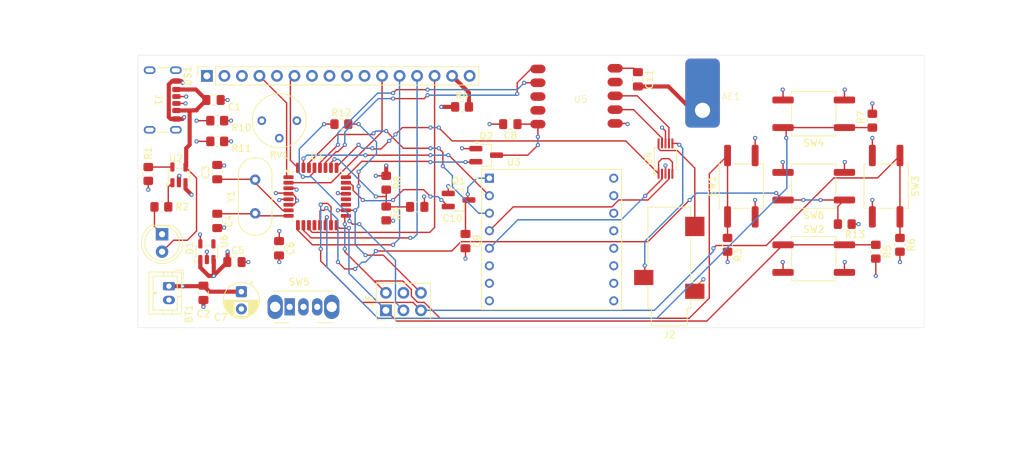
<source format=kicad_pcb>
(kicad_pcb (version 20241229) (generator "pcbnew") (generator_version "9.0")
  (layers (0 "F.Cu" signal "SIG1.Cu") (4 "In1.Cu" power "GND.Cu") (6 "In2.Cu" power "PWR.Cu") (2 "B.Cu" signal "SIG2.Cu") (13 "F.Paste" user) (15 "B.Paste" user) (5 "F.SilkS" user "F.Silkscreen") (7 "B.SilkS" user "B.Silkscreen") (1 "F.Mask" user) (3 "B.Mask" user) (25 "Edge.Cuts" user))
  (net 0 "")
  (net 1 "GND")
  (net 2 "Net-(BT1-+)")
  (net 3 "Net-(D1-A)")
  (net 4 "Net-(U1-XTAL1{slash}PB6)")
  (net 5 "Net-(U1-XTAL2{slash}PB7)")
  (net 6 "Net-(DS1-VDD)")
  (net 7 "RST_VCC")
  (net 8 "Net-(Q2-S)")
  (net 9 "Net-(Q1-S)")
  (net 10 "Net-(U1-PC3)")
  (net 11 "Net-(U5-ANT)")
  (net 12 "Net-(D1-K)")
  (net 14 "Net-(DS1-LED(+))")
  (net 16 "/D5")
  (net 18 "/RS")
  (net 19 "/D4")
  (net 20 "/D7")
  (net 21 "/E")
  (net 22 "/D6")
  (net 23 "Net-(DS1-VO)")
  (net 25 "Net-(J1-CC2)")
  (net 28 "Net-(J1-CC1)")
  (net 31 "Net-(J2-PadT)")
  (net 32 "Net-(J2-PadR)")
  (net 33 "RST_ISP")
  (net 34 "MOSI_ISP")
  (net 35 "MISO_ISP")
  (net 36 "SCK_ISP")
  (net 37 "Net-(Q1-G)")
  (net 38 "Net-(Q2-G)")
  (net 39 "Net-(U2-PROG)")
  (net 40 "Net-(U2-STAT)")
  (net 41 "/btn_u")
  (net 43 "Net-(U1-PC2)")
  (net 44 "/A_RX")
  (net 46 "/btn_ok")
  (net 47 "/R_SCL")
  (net 49 "/R_SDA")
  (net 51 "/A_TX")
  (net 54 "Net-(U3-DAC_L)")
  (net 61 "Net-(U3-DAC_R)")
  (net 63 "Net-(U5-ROUT)")
  (net 64 "Net-(U5-LOUT)")
  (net 69 "Net-(AE1-A)")
  (footprint "Resistor_SMD:R_0805_2012Metric_Pad1.20x1.40mm_HandSolder" (layer "F.Cu") (at 185.5 65 -90)
    (property "Reference" "R5")
    (property "Value" "10k")
  )
  (footprint "Button_Switch_SMD:SW_Push_1P1T_NO_CK_KSC9xxG" (layer "F.Cu") (at 176.5 66 180)
    (property "Reference" "SW2")
    (property "Value" "SW_D")
  )
  (footprint "Package_TO_SOT_SMD:SOT-23-5" (layer "F.Cu") (at 88.5 65 90)
    (property "Reference" "U6")
    (property "Value" "MCP1802x-xx02xOT")
  )
  (footprint "Connector_PinSocket_2.54mm:PinSocket_1x16_P2.54mm_Vertical" (layer "F.Cu") (at 88.5 39.5 90)
    (property "Reference" "DS1")
    (property "Value" "WC1602A")
  )
  (footprint "Capacitor_SMD:C_0805_2012Metric_Pad1.18x1.45mm_HandSolder" (layer "F.Cu") (at 132.5 46.5 180)
    (property "Reference" "C8")
    (property "Value" "100n")
  )
  (footprint "Capacitor_SMD:C_0805_2012Metric_Pad1.18x1.45mm_HandSolder" (layer "F.Cu") (at 98.9625 64.5 -90)
    (property "Reference" "C6")
    (property "Value" "1u")
  )
  (footprint "Resistor_SMD:R_0805_2012Metric_Pad1.20x1.40mm_HandSolder" (layer "F.Cu") (at 125.5 44)
    (property "Reference" "R4")
    (property "Value" "470")
  )
  (footprint "Package_TO_SOT_SMD:SOT-23_Handsoldering" (layer "F.Cu") (at 129 51)
    (property "Reference" "Q2")
    (property "Value" "PMOS")
  )
  (footprint "Capacitor_SMD:C_0805_2012Metric_Pad1.18x1.45mm_HandSolder" (layer "F.Cu") (at 119 58.5)
    (property "Reference" "C10")
    (property "Value" "100n")
  )
  (footprint "Package_QFP:TQFP-32_7x7mm_P0.8mm" (layer "F.Cu") (at 104.5 56.996607)
    (property "Reference" "U1")
    (property "Value" "ATmega328P-A")
  )
  (footprint "LED_THT:LED_D5.0mm" (layer "F.Cu") (at 82 62.46 -90)
    (property "Reference" "D1")
    (property "Value" "LED")
  )
  (footprint "Potentiometer_THT:Potentiometer_Bourns_3339P_Vertical" (layer "F.Cu") (at 101.54 46 90)
    (property "Reference" "RV1")
    (property "Value" "100k")
  )
  (footprint "Connector_USB:USB_C_Receptacle_GCT_USB4125-xx-x-0190_6P_TopMnt_Horizontal" (layer "F.Cu") (at 81 43 -90)
    (property "Reference" "J1")
    (property "Value" "USB_C_Receptacle_PowerOnly_6P")
  )
  (footprint "Button_Switch_SMD:SW_Push_1P1T_NO_CK_KSC9xxG" (layer "F.Cu") (at 166 55.5 -90)
    (property "Reference" "SW1")
    (property "Value" "SW_L")
  )
  (footprint "Resistor_SMD:R_0805_2012Metric_Pad1.20x1.40mm_HandSolder" (layer "F.Cu") (at 80 53.725 90)
    (property "Reference" "R1")
    (property "Value" "2k")
  )
  (footprint "Capacitor_SMD:C_0805_2012Metric_Pad1.18x1.45mm_HandSolder" (layer "F.Cu") (at 88 70.9625 -90)
    (property "Reference" "C2")
    (property "Value" "4u7")
  )
  (footprint "Connector_Audio:Jack_3.5mm_CUI_SJ-3523-SMT_Horizontal" (layer "F.Cu") (at 155.55 67.1375 180)
    (property "Reference" "J2")
    (property "Value" "AudioJack3")
  )
  (footprint "Connector_PinHeader_2.54mm:PinHeader_2x03_P2.54mm_Vertical" (layer "F.Cu") (at 114.46 73.5 90)
    (property "Reference" "J3")
    (property "Value" "ISP")
  )
  (footprint "Custom_footprints:MODULE_DFR0299" (layer "F.Cu") (at 138.483 63.23)
    (property "Reference" "U3")
    (property "Value" "DFR0299")
  )
  (footprint "Package_TO_SOT_SMD:SOT-23_Handsoldering" (layer "F.Cu") (at 125 57.5)
    (property "Reference" "Q1")
    (property "Value" "PMOS")
  )
  (footprint "Resistor_SMD:R_0805_2012Metric_Pad1.20x1.40mm_HandSolder" (layer "F.Cu") (at 164 64 -90)
    (property "Reference" "R3")
    (property "Value" "10k")
  )
  (footprint "Capacitor_SMD:C_0805_2012Metric_Pad1.18x1.45mm_HandSolder" (layer "F.Cu") (at 90 53.459107 90)
    (property "Reference" "C3")
    (property "Value" "20p")
  )
  (footprint "Capacitor_SMD:C_0805_2012Metric_Pad1.18x1.45mm_HandSolder" (layer "F.Cu") (at 92.5 66.5)
    (property "Reference" "C5")
    (property "Value" "100n")
  )
  (footprint "Button_Switch_SMD:SW_Push_1P1T_NO_CK_KSC9xxG" (layer "F.Cu") (at 187 55.5 90)
    (property "Reference" "SW3")
    (property "Value" "SW_R")
  )
  (footprint "Button_Switch_SMD:SW_Push_1P1T_NO_CK_KSC9xxG" (layer "F.Cu") (at 176.5 55.5)
    (property "Reference" "SW6")
    (property "Value" "SW_OK")
  )
  (footprint "Package_TO_SOT_SMD:SOT-23-5" (layer "F.Cu") (at 84.45 53.8625 90)
    (property "Reference" "U2")
    (property "Value" "MCP73831-2-OT")
  )
  (footprint "Connector_JST:JST_PH_B2B-PH-K_1x02_P2.00mm_Vertical" (layer "F.Cu") (at 83 70 -90)
    (property "Reference" "BT1")
    (property "Value" "Battery_Cell")
  )
  (footprint "Resistor_SMD:R_0805_2012Metric_Pad1.20x1.40mm_HandSolder" (layer "F.Cu") (at 189 64 -90)
    (property "Reference" "R6")
    (property "Value" "10k")
  )
  (footprint "Resistor_SMD:R_0805_2012Metric_Pad1.20x1.40mm_HandSolder" (layer "F.Cu") (at 81.9 58.5 180)
    (property "Reference" "R2")
    (property "Value" "470")
  )
  (footprint "Resistor_SMD:R_0805_2012Metric_Pad1.20x1.40mm_HandSolder" (layer "F.Cu") (at 108 46.5)
    (property "Reference" "R12")
    (property "Value" "10k")
  )
  (footprint "Capacitor_THT:CP_Radial_D5.0mm_P2.50mm" (layer "F.Cu") (at 93.5 70.794888 -90)
    (property "Reference" "C7")
    (property "Value" "47u")
  )
  (footprint "Capacitor_SMD:C_0805_2012Metric_Pad1.18x1.45mm_HandSolder" (layer "F.Cu") (at 89.4625 43)
    (property "Reference" "C1")
    (property "Value" "4u7")
  )
  (footprint "Resistor_SMD:R_0805_2012Metric_Pad1.20x1.40mm_HandSolder" (layer "F.Cu") (at 90 46)
    (property "Reference" "R10")
    (property "Value" "5k1")
  )
  (footprint "Resistor_SMD:R_0805_2012Metric_Pad1.20x1.40mm_HandSolder" (layer "F.Cu") (at 90 49)
    (property "Reference" "R11")
    (property "Value" "5k1")
  )
  (footprint "Resistor_SMD:R_0805_2012Metric_Pad1.20x1.40mm_HandSolder" (layer "F.Cu") (at 114.5 59.45 -90)
    (property "Reference" "R9")
    (property "Value" "100k")
  )
  (footprint "Resistor_SMD:R_0805_2012Metric_Pad1.20x1.40mm_HandSolder" (layer "F.Cu") (at 114.5 55 -90)
    (property "Reference" "R8")
    (property "Value" "100k")
  )
  (footprint "Crystal:Crystal_HC49-4H_Vertical" (layer "F.Cu") (at 95.5 59.436607 90)
    (property "Reference" "Y1")
    (property "Value" "8MHz")
  )
  (footprint "Button_Switch_THT:SW_Slide_SPDT_Angled_CK_OS102011MA1Q" (layer "F.Cu") (at 100.5 73)
    (property "Reference" "SW5")
    (property "Value" "SW_SPDT")
  )
  (footprint "Package_SO:VSSOP-10_3x3mm_P0.5mm" (layer "F.Cu") (at 155 51.5 90)
    (property "Reference" "U4")
    (property "Value" "TS5A23159DGS")
  )
  (footprint "Resistor_SMD:R_0805_2012Metric_Pad1.20x1.40mm_HandSolder" (layer "F.Cu") (at 185 46 90)
    (property "Reference" "R7")
    (property "Value" "10k")
  )
  (footprint "Capacitor_SMD:C_0805_2012Metric_Pad1.18x1.45mm_HandSolder" (layer "F.Cu") (at 126 63.4625 -90)
    (property "Reference" "C9")
    (property "Value" "100n")
  )
  (footprint "Button_Switch_SMD:SW_Push_1P1T_NO_CK_KSC9xxG" (layer "F.Cu") (at 176.5 45)
    (property "Reference" "SW4")
    (property "Value" "SW_U")
  )
  (footprint "Custom_footprints:RDA5807M Module" (layer "F.Cu") (at 142.2 42.4)
    (property "Reference" "U5")
    (property "Value" "RDA5807M")
  )
  (footprint "Capacitor_SMD:C_0805_2012Metric_Pad1.18x1.45mm_HandSolder" (layer "F.Cu") (at 90 60.534107 -90)
    (property "Reference" "C4")
    (property "Value" "20p")
  )
  (footprint "Resistor_SMD:R_0805_2012Metric_Pad1.20x1.40mm_HandSolder" (layer "F.Cu") (at 181 61)
    (property "Reference" "R13")
    (property "Value" "10k")
  )
  (footprint "Capacitor_SMD:C_0805_2012Metric_Pad1.18x1.45mm_HandSolder" (layer "F.Cu") (at 151 40 -90)
    (property "Reference" "C11")
    (property "Value" "30p")
  )
  (footprint "Custom_footprints:FM_Antenna_Mount" (layer "F.Cu") (at 162.875 42 180)
    (property "Reference" "AE1")
    (property "Value" "Antenna")
  )
  (gr_rect (start 78.5 36.5) (end 192.5 76) (stroke (width 0.05)) (fill no) (layer "Edge.Cuts"))
  (segment (start 98.9625 65.5375) (end 98.9625 66.4625) (width 0.2) (layer "F.Cu") (net 1))
  (segment (start 84.45 54.05) (end 84.5 54) (width 0.2) (layer "F.Cu") (net 1))
  (segment (start 101.296607 55.796607) (end 101.5 56) (width 0.2) (layer "F.Cu") (net 1))
  (segment (start 84.95 45.75) (end 85.2 45.5) (width 0.6) (layer "F.Cu") (net 1))
  (segment (start 80 54.725) (end 80 56) (width 0.2) (layer "F.Cu") (net 1))
  (segment (start 84.75 40.25) (end 85 40.5) (width 0.6) (layer "F.Cu") (net 1))
  (segment (start 90.928393 61.571607) (end 91 61.5) (width 0.2) (layer "F.Cu") (net 1))
  (segment (start 131.4625 46.5) (end 129.5 46.5) (width 0.2) (layer "F.Cu") (net 1))
  (segment (start 100.3375 57.396607) (end 99.103393 57.396607) (width 0.2) (layer "F.Cu") (net 1))
  (segment (start 84.08 45.75) (end 84.95 45.75) (width 0.6) (layer "F.Cu") (net 1))
  (segment (start 90.921607 52.421607) (end 91 52.5) (width 0.2) (layer "F.Cu") (net 1))
  (segment (start 98.9625 66.4625) (end 99 66.5) (width 0.2) (layer "F.Cu") (net 1))
  (segment (start 182 61) (end 183 61) (width 0.2) (layer "F.Cu") (net 1))
  (segment (start 120.0375 57.0375) (end 120 57) (width 0.2) (layer "F.Cu") (net 1))
  (segment (start 159.25 70.7375) (end 159.25 70.25) (width 0.2) (layer "F.Cu") (net 1))
  (segment (start 84.08 40.25) (end 83.48 40.25) (width 0.6) (layer "F.Cu") (net 1))
  (segment (start 88.5 66.1375) (end 88.5 65) (width 0.2) (layer "F.Cu") (net 1))
  (segment (start 155 53.7) (end 155 52.5) (width 0.2) (layer "F.Cu") (net 1))
  (segment (start 88 72) (end 88 73) (width 0.6) (layer "F.Cu") (net 1))
  (segment (start 83.25 45.75) (end 84.08 45.75) (width 0.6) (layer "F.Cu") (net 1))
  (segment (start 84.08 40.25) (end 84.75 40.25) (width 0.6) (layer "F.Cu") (net 1))
  (segment (start 90.5 43) (end 91.5 43) (width 0.2) (layer "F.Cu") (net 1))
  (segment (start 99.103393 57.396607) (end 99 57.5) (width 0.2) (layer "F.Cu") (net 1))
  (segment (start 114.5 60.45) (end 115.45 60.45) (width 0.2) (layer "F.Cu") (net 1))
  (segment (start 159.25 70.25) (end 160.5 69) (width 0.2) (layer "F.Cu") (net 1))
  (segment (start 189 65) (end 189 66.5) (width 0.2) (layer "F.Cu") (net 1))
  (segment (start 84.45 55) (end 84.45 54.05) (width 0.6) (layer "F.Cu") (net 1))
  (segment (start 91 49) (end 92 49) (width 0.2) (layer "F.Cu") (net 1))
  (segment (start 115.45 60.45) (end 115.5 60.5) (width 0.2) (layer "F.Cu") (net 1))
  (segment (start 84.18 45.75) (end 84.08 45.75) (width 0.6) (layer "F.Cu") (net 1))
  (segment (start 83.48 40.25) (end 82.979 40.751) (width 0.6) (layer "F.Cu") (net 1))
  (segment (start 93.5375 66.5) (end 94.5 66.5) (width 0.2) (layer "F.Cu") (net 1))
  (segment (start 185.5 66) (end 185.5 68.5) (width 0.2) (layer "F.Cu") (net 1))
  (segment (start 82.979 45.479) (end 83.25 45.75) (width 0.6) (layer "F.Cu") (net 1))
  (segment (start 149.4 46.4) (end 149.5 46.5) (width 0.2) (layer "F.Cu") (net 1))
  (segment (start 147.7 46.4) (end 149.4 46.4) (width 0.2) (layer "F.Cu") (net 1))
  (segment (start 126 64.5) (end 126 66) (width 0.2) (layer "F.Cu") (net 1))
  (segment (start 90 61.571607) (end 90.928393 61.571607) (width 0.2) (layer "F.Cu") (net 1))
  (segment (start 108.6625 56.596607) (end 107.596607 56.596607) (width 0.2) (layer "F.Cu") (net 1))
  (segment (start 164 65) (end 164 66.5) (width 0.2) (layer "F.Cu") (net 1))
  (segment (start 100.3375 55.796607) (end 101.296607 55.796607) (width 0.2) (layer "F.Cu") (net 1))
  (segment (start 90 52.421607) (end 90.921607 52.421607) (width 0.2) (layer "F.Cu") (net 1))
  (segment (start 82.979 40.751) (end 82.979 45.479) (width 0.6) (layer "F.Cu") (net 1))
  (segment (start 185 45) (end 185 43.5) (width 0.2) (layer "F.Cu") (net 1))
  (segment (start 107.596607 56.596607) (end 107.5 56.5) (width 0.2) (layer "F.Cu") (net 1))
  (segment (start 120.0375 58.5) (end 120.0375 57.0375) (width 0.2) (layer "F.Cu") (net 1))
  (segment (start 91 46) (end 92 46) (width 0.2) (layer "F.Cu") (net 1))
  (via (at 85 40.5) (size 0.6) (drill 0.3) (layers "F.Cu" "B.Cu") (net 1))
  (via (at 88.5 65) (size 0.6) (drill 0.3) (layers "F.Cu" "B.Cu") (net 1))
  (via (at 107.5 56.5) (size 0.6) (drill 0.3) (layers "F.Cu" "B.Cu") (net 1))
  (via (at 185.5 68.5) (size 0.6) (drill 0.3) (layers "F.Cu" "B.Cu") (net 1))
  (via (at 149.5 46.5) (size 0.6) (drill 0.3) (layers "F.Cu" "B.Cu") (net 1))
  (via (at 99 66.5) (size 0.6) (drill 0.3) (layers "F.Cu" "B.Cu") (net 1))
  (via (at 126 66) (size 0.6) (drill 0.3) (layers "F.Cu" "B.Cu") (net 1))
  (via (at 91 61.5) (size 0.6) (drill 0.3) (layers "F.Cu" "B.Cu") (net 1))
  (via (at 91 52.5) (size 0.6) (drill 0.3) (layers "F.Cu" "B.Cu") (net 1))
  (via (at 84.5 54) (size 0.6) (drill 0.3) (layers "F.Cu" "B.Cu") (net 1))
  (via (at 91.5 43) (size 0.6) (drill 0.3) (layers "F.Cu" "B.Cu") (net 1))
  (via (at 80 56) (size 0.6) (drill 0.3) (layers "F.Cu" "B.Cu") (net 1))
  (via (at 92 49) (size 0.6) (drill 0.3) (layers "F.Cu" "B.Cu") (net 1))
  (via (at 164 66.5) (size 0.6) (drill 0.3) (layers "F.Cu" "B.Cu") (net 1))
  (via (at 101.5 56) (size 0.6) (drill 0.3) (layers "F.Cu" "B.Cu") (net 1))
  (via (at 120 57) (size 0.6) (drill 0.3) (layers "F.Cu" "B.Cu") (net 1))
  (via (at 94.5 66.5) (size 0.6) (drill 0.3) (layers "F.Cu" "B.Cu") (net 1))
  (via (at 160.5 69) (size 0.6) (drill 0.3) (layers "F.Cu" "B.Cu") (net 1))
  (via (at 183 61) (size 0.6) (drill 0.3) (layers "F.Cu" "B.Cu") (net 1))
  (via (at 189 66.5) (size 0.6) (drill 0.3) (layers "F.Cu" "B.Cu") (net 1))
  (via (at 88 73) (size 0.6) (drill 0.3) (layers "F.Cu" "B.Cu") (net 1))
  (via (at 85.2 45.5) (size 0.6) (drill 0.3) (layers "F.Cu" "B.Cu") (net 1))
  (via (at 99 57.5) (size 0.6) (drill 0.3) (layers "F.Cu" "B.Cu") (net 1))
  (via (at 92 46) (size 0.6) (drill 0.3) (layers "F.Cu" "B.Cu") (net 1))
  (via (at 155 52.5) (size 0.6) (drill 0.3) (layers "F.Cu" "B.Cu") (net 1))
  (via (at 115.5 60.5) (size 0.6) (drill 0.3) (layers "F.Cu" "B.Cu") (net 1))
  (via (at 129.5 46.5) (size 0.6) (drill 0.3) (layers "F.Cu" "B.Cu") (net 1))
  (via (at 185 43.5) (size 0.6) (drill 0.3) (layers "F.Cu" "B.Cu") (net 1))
  (segment (start 86.262471 56.737529) (end 85.4 55.875058) (width 0.6) (layer "F.Cu") (net 2))
  (segment (start 88.869888 70.794888) (end 88 69.925) (width 0.6) (layer "F.Cu") (net 2))
  (segment (start 88 70) (end 85 70) (width 0.6) (layer "F.Cu") (net 2))
  (segment (start 93.5 70.794888) (end 88.869888 70.794888) (width 0.6) (layer "F.Cu") (net 2))
  (segment (start 85 70) (end 83 70) (width 0.6) (layer "F.Cu") (net 2))
  (segment (start 85.4 55.875058) (end 85.4 55) (width 0.6) (layer "F.Cu") (net 2))
  (via (at 86.262471 56.737529) (size 0.6) (drill 0.3) (layers "F.Cu" "B.Cu") (net 2))
  (via (at 85 70) (size 0.6) (drill 0.3) (layers "F.Cu" "B.Cu") (net 2))
  (segment (start 85.5 52.625) (end 85.5 50) (width 0.6) (layer "F.Cu") (net 3))
  (segment (start 87 44.425) (end 88.425 43) (width 0.6) (layer "F.Cu") (net 3))
  (segment (start 86 49.5) (end 86 44.52) (width 0.6) (layer "F.Cu") (net 3))
  (segment (start 87 62) (end 85.665 63.335) (width 0.2) (layer "F.Cu") (net 3))
  (segment (start 85.665 63.335) (end 83.665 63.335) (width 0.2) (layer "F.Cu") (net 3))
  (segment (start 86.905 41.48) (end 88.425 43) (width 0.6) (layer "F.Cu") (net 3))
  (segment (start 85.5 50) (end 86 49.5) (width 0.6) (layer "F.Cu") (net 3))
  (segment (start 87 54.325) (end 87 62) (width 0.2) (layer "F.Cu") (net 3))
  (segment (start 86.5 44.52) (end 86.52 44.5) (width 0.6) (layer "F.Cu") (net 3))
  (segment (start 85.4 52.725) (end 87 54.325) (width 0.2) (layer "F.Cu") (net 3))
  (segment (start 83.665 63.335) (end 82 65) (width 0.2) (layer "F.Cu") (net 3))
  (segment (start 86.52 44.5) (end 87 44.5) (width 0.6) (layer "F.Cu") (net 3))
  (segment (start 86 44.52) (end 86.5 44.52) (width 0.6) (layer "F.Cu") (net 3))
  (segment (start 84.08 44.52) (end 86 44.52) (width 0.6) (layer "F.Cu") (net 3))
  (segment (start 84.08 41.48) (end 86.905 41.48) (width 0.6) (layer "F.Cu") (net 3))
  (segment (start 87 44.5) (end 87 44.425) (width 0.6) (layer "F.Cu") (net 3))
  (segment (start 85.4 52.725) (end 85.5 52.625) (width 0.6) (layer "F.Cu") (net 3))
  (segment (start 90 54.496607) (end 95.44 54.496607) (width 0.2) (layer "F.Cu") (net 4))
  (segment (start 99.493214 58.996607) (end 100.3375 58.996607) (width 0.2) (layer "F.Cu") (net 4))
  (segment (start 95.44 54.496607) (end 95.5 54.556607) (width 0.6) (layer "F.Cu") (net 4))
  (segment (start 95.5 55.003393) (end 99.493214 58.996607) (width 0.2) (layer "F.Cu") (net 4))
  (segment (start 95.5 54.556607) (end 95.5 55.003393) (width 0.6) (layer "F.Cu") (net 4))
  (segment (start 95.44 59.496607) (end 95.5 59.436607) (width 0.6) (layer "F.Cu") (net 5))
  (segment (start 90 59.496607) (end 95.44 59.496607) (width 0.2) (layer "F.Cu") (net 5))
  (segment (start 95.861 59.797607) (end 100.3375 59.797607) (width 0.2) (layer "F.Cu") (net 5))
  (segment (start 95.5 59.436607) (end 95.861 59.797607) (width 0.6) (layer "F.Cu") (net 5))
  (segment (start 172.05 66.55) (end 172 66.5) (width 0.2) (layer "F.Cu") (net 6))
  (segment (start 125.55 50.05) (end 125.5 50) (width 0.2) (layer "F.Cu") (net 6))
  (segment (start 172.05 52.05) (end 172 52) (width 0.2) (layer "F.Cu") (net 6))
  (segment (start 180.95 43) (end 180.95 41.55) (width 0.2) (layer "F.Cu") (net 6))
  (segment (start 114.5 54) (end 113 54) (width 0.2) (layer "F.Cu") (net 6))
  (segment (start 89.5 68.5) (end 89.5 66.1875) (width 0.6) (layer "F.Cu") (net 6))
  (segment (start 89.5 68.5) (end 88.75 68.5) (width 0.6) (layer "F.Cu") (net 6))
  (segment (start 155 49.3) (end 155 47.5) (width 0.2) (layer "F.Cu") (net 6))
  (segment (start 180.95 53.5) (end 180.95 52.05) (width 0.2) (layer "F.Cu") (net 6))
  (segment (start 91.5 66.4625) (end 91.4625 66.5) (width 0.6) (layer "F.Cu") (net 6))
  (segment (start 172.05 68) (end 172.05 66.55) (width 0.2) (layer "F.Cu") (net 6))
  (segment (start 91.5 65) (end 91.5 66.4625) (width 0.6) (layer "F.Cu") (net 6))
  (segment (start 155 47.5) (end 154.5 47) (width 0.2) (layer "F.Cu") (net 6))
  (segment (start 180.95 68) (end 180.95 66.55) (width 0.2) (layer "F.Cu") (net 6))
  (segment (start 180.95 66.55) (end 181 66.5) (width 0.2) (layer "F.Cu") (net 6))
  (segment (start 87.55 67.3) (end 87.55 66.1375) (width 0.6) (layer "F.Cu") (net 6))
  (segment (start 88.75 68.5) (end 87.55 67.3) (width 0.6) (layer "F.Cu") (net 6))
  (segment (start 123.5 56.55) (end 123.5 55.5) (width 0.2) (layer "F.Cu") (net 6))
  (segment (start 89.5 68.4625) (end 91.4625 66.5) (width 0.6) (layer "F.Cu") (net 6))
  (segment (start 172.05 43) (end 172.05 41.55) (width 0.2) (layer "F.Cu") (net 6))
  (segment (start 185 51.05) (end 185 48.5) (width 0.2) (layer "F.Cu") (net 6))
  (segment (start 168 59.95) (end 168 57.5) (width 0.2) (layer "F.Cu") (net 6))
  (segment (start 89.5 66.1875) (end 89.45 66.1375) (width 0.6) (layer "F.Cu") (net 6))
  (segment (start 180.95 41.55) (end 181 41.5) (width 0.2) (layer "F.Cu") (net 6))
  (segment (start 168 51.05) (end 168 48.5) (width 0.2) (layer "F.Cu") (net 6))
  (segment (start 185 59.95) (end 185 57.5) (width 0.2) (layer "F.Cu") (net 6))
  (segment (start 172.05 53.5) (end 172.05 52.05) (width 0.2) (layer "F.Cu") (net 6))
  (segment (start 180.95 52.05) (end 181 52) (width 0.2) (layer "F.Cu") (net 6))
  (segment (start 172.05 41.55) (end 172 41.5) (width 0.2) (layer "F.Cu") (net 6))
  (segment (start 124.5 44) (end 122.5 44) (width 0.6) (layer "F.Cu") (net 6))
  (segment (start 89.5 68.5) (end 89.5 68.4625) (width 0.6) (layer "F.Cu") (net 6))
  (segment (start 127.5 50.05) (end 125.55 50.05) (width 0.2) (layer "F.Cu") (net 6))
  (segment (start 114.5 52.5) (end 114.5 54) (width 0.6) (layer "F.Cu") (net 6))
  (via (at 181 41.5) (size 0.6) (drill 0.3) (layers "F.Cu" "B.Cu") (net 6))
  (via (at 181 66.5) (size 0.6) (drill 0.3) (layers "F.Cu" "B.Cu") (net 6))
  (via (at 185 48.5) (size 0.6) (drill 0.3) (layers "F.Cu" "B.Cu") (net 6))
  (via (at 181 52) (size 0.6) (drill 0.3) (layers "F.Cu" "B.Cu") (net 6))
  (via (at 123.5 55.5) (size 0.6) (drill 0.3) (layers "F.Cu" "B.Cu") (net 6))
  (via (at 168 48.5) (size 0.6) (drill 0.3) (layers "F.Cu" "B.Cu") (net 6))
  (via (at 91.5 65) (size 0.6) (drill 0.3) (layers "F.Cu" "B.Cu") (net 6))
  (via (at 172 52) (size 0.6) (drill 0.3) (layers "F.Cu" "B.Cu") (net 6))
  (via (at 89.5 68.5) (size 0.6) (drill 0.3) (layers "F.Cu" "B.Cu") (net 6))
  (via (at 185 57.5) (size 0.6) (drill 0.3) (layers "F.Cu" "B.Cu") (net 6))
  (via (at 114.5 52.5) (size 0.6) (drill 0.3) (layers "F.Cu" "B.Cu") (net 6))
  (via (at 172 41.5) (size 0.6) (drill 0.3) (layers "F.Cu" "B.Cu") (net 6))
  (via (at 172 66.5) (size 0.6) (drill 0.3) (layers "F.Cu" "B.Cu") (net 6))
  (via (at 154.5 47) (size 0.6) (drill 0.3) (layers "F.Cu" "B.Cu") (net 6))
  (via (at 168 57.5) (size 0.6) (drill 0.3) (layers "F.Cu" "B.Cu") (net 6))
  (via (at 122.5 44) (size 0.6) (drill 0.3) (layers "F.Cu" "B.Cu") (net 6))
  (via (at 113 54) (size 0.6) (drill 0.3) (layers "F.Cu" "B.Cu") (net 6))
  (via (at 125.5 50) (size 0.6) (drill 0.3) (layers "F.Cu" "B.Cu") (net 6))
  (segment (start 101.376 57.5) (end 101.376 57.895606) (width 0.2) (layer "F.Cu") (net 7))
  (segment (start 110.5 55.5) (end 110.5 53.500001) (width 0.2) (layer "F.Cu") (net 7))
  (segment (start 108.659107 59) (end 108.6625 58.996607) (width 0.2) (layer "F.Cu") (net 7))
  (segment (start 87.55 63.8625) (end 87.55 62.95) (width 0.2) (layer "F.Cu") (net 7))
  (segment (start 98.5 56.5) (end 100.240893 56.5) (width 0.2) (layer "F.Cu") (net 7))
  (segment (start 108.6625 58.996607) (end 109.996607 58.996607) (width 0.2) (layer "F.Cu") (net 7))
  (segment (start 119.54 70.96) (end 114.08 65.5) (width 0.2) (layer "F.Cu") (net 7))
  (segment (start 87.55 62.55) (end 87.5 62.5) (width 0.2) (layer "F.Cu") (net 7))
  (segment (start 110.5 46.5) (end 109 46.5) (width 0.2) (layer "F.Cu") (net 7))
  (segment (start 101.493736 57.5) (end 101.57394 57.580204) (width 0.2) (layer "F.Cu") (net 7))
  (segment (start 114.08 65.5) (end 111.5 65.5) (width 0.2) (layer "F.Cu") (net 7))
  (segment (start 100.3375 56.596607) (end 100.898944 56.596607) (width 0.2) (layer "F.Cu") (net 7))
  (segment (start 100.240893 56.5) (end 100.3375 56.596607) (width 0.2) (layer "F.Cu") (net 7))
  (segment (start 107.5 59) (end 108.659107 59) (width 0.2) (layer "F.Cu") (net 7))
  (segment (start 109.996607 58.996607) (end 110 59) (width 0.2) (layer "F.Cu") (net 7))
  (segment (start 87.55 62.95) (end 87.55 62.55) (width 0.2) (layer "F.Cu") (net 7))
  (segment (start 101.376 57.5) (end 101.493736 57.5) (width 0.2) (layer "F.Cu") (net 7))
  (segment (start 99 62) (end 99 63.425) (width 0.2) (layer "F.Cu") (net 7))
  (segment (start 99 63.425) (end 98.9625 63.4625) (width 0.2) (layer "F.Cu") (net 7))
  (segment (start 110.5 53.500001) (end 110.5 53.4) (width 0.2) (layer "F.Cu") (net 7))
  (segment (start 101.376 57.895606) (end 101.074999 58.196607) (width 0.2) (layer "F.Cu") (net 7))
  (segment (start 101.376 57.073663) (end 101.376 57.5) (width 0.2) (layer "F.Cu") (net 7))
  (segment (start 100.898944 56.596607) (end 101.376 57.073663) (width 0.2) (layer "F.Cu") (net 7))
  (segment (start 101.074999 58.196607) (end 100.3375 58.196607) (width 0.2) (layer "F.Cu") (net 7))
  (via (at 107.5 59) (size 0.6) (drill 0.3) (layers "F.Cu" "B.Cu") (net 7))
  (via (at 98.5 56.5) (size 0.6) (drill 0.3) (layers "F.Cu" "B.Cu") (net 7))
  (via (at 99 62) (size 0.6) (drill 0.3) (layers "F.Cu" "B.Cu") (net 7))
  (via (at 101.57394 57.580204) (size 0.6) (drill 0.3) (layers "F.Cu" "B.Cu") (net 7))
  (via (at 110.5 46.5) (size 0.6) (drill 0.3) (layers "F.Cu" "B.Cu") (net 7))
  (via (at 111.5 65.5) (size 0.6) (drill 0.3) (layers "F.Cu" "B.Cu") (net 7))
  (via (at 110 59) (size 0.6) (drill 0.3) (layers "F.Cu" "B.Cu") (net 7))
  (via (at 110.5 55.5) (size 0.6) (drill 0.3) (layers "F.Cu" "B.Cu") (net 7))
  (via (at 110.5 53.4) (size 0.6) (drill 0.3) (layers "F.Cu" "B.Cu") (net 7))
  (via (at 87.5 62.5) (size 0.6) (drill 0.3) (layers "F.Cu" "B.Cu") (net 7))
  (segment (start 110.5 46.5) (end 113.101 49.101) (width 0.2) (layer "B.Cu") (net 7))
  (segment (start 111.5 65.5) (end 110 64) (width 0.2) (layer "B.Cu") (net 7))
  (segment (start 113.101 50.799) (end 110.5 53.4) (width 0.2) (layer "B.Cu") (net 7))
  (segment (start 113.101 49.101) (end 113.101 50.799) (width 0.2) (layer "B.Cu") (net 7))
  (segment (start 110 64) (end 110 59) (width 0.2) (layer "B.Cu") (net 7))
  (segment (start 110 59) (end 110.5 58.5) (width 0.2) (layer "B.Cu") (net 7))
  (segment (start 110.5 58.5) (end 110.5 55.5) (width 0.2) (layer "B.Cu") (net 7))
  (segment (start 135.04 51) (end 136.5 49.54) (width 0.2) (layer "F.Cu") (net 8))
  (segment (start 136.5 48.34) (end 136.5 46.5) (width 0.2) (layer "F.Cu") (net 8))
  (segment (start 130.5 51) (end 135.04 51) (width 0.2) (layer "F.Cu") (net 8))
  (segment (start 133.5375 46.5) (end 136.5 46.5) (width 0.2) (layer "F.Cu") (net 8))
  (via (at 136.5 49.54) (size 0.6) (drill 0.3) (layers "F.Cu" "B.Cu") (net 8))
  (via (at 136.5 48.34) (size 0.6) (drill 0.3) (layers "F.Cu" "B.Cu") (net 8))
  (segment (start 136.5 49.54) (end 136.5 48.34) (width 0.2) (layer "B.Cu") (net 8))
  (segment (start 126 58) (end 126 62.425) (width 0.2) (layer "F.Cu") (net 9))
  (segment (start 126.325735 57.325735) (end 126.325735 56.674265) (width 0.2) (layer "F.Cu") (net 9))
  (segment (start 126.5 57.5) (end 126 58) (width 0.2) (layer "F.Cu") (net 9))
  (segment (start 126.5 57.5) (end 126.325735 57.325735) (width 0.2) (layer "F.Cu") (net 9))
  (via (at 126.325735 56.674265) (size 0.6) (drill 0.3) (layers "F.Cu" "B.Cu") (net 9))
  (segment (start 126.325735 56.674265) (end 126.325735 55.674265) (width 0.2) (layer "B.Cu") (net 9))
  (segment (start 126.325735 55.674265) (end 127.66 54.34) (width 0.2) (layer "B.Cu") (net 9))
  (segment (start 127.66 54.34) (end 129.466 54.34) (width 0.2) (layer "B.Cu") (net 9))
  (segment (start 107 51.6) (end 106.5 52.1) (width 0.2) (layer "F.Cu") (net 10))
  (segment (start 106.5 52.1) (end 106.5 52.834107) (width 0.2) (layer "F.Cu") (net 10))
  (segment (start 114.5 58.45) (end 114.5 57) (width 0.2) (layer "F.Cu") (net 10))
  (segment (start 114.55 58.5) (end 114.5 58.45) (width 0.2) (layer "F.Cu") (net 10))
  (segment (start 114.5 57) (end 113 57) (width 0.2) (layer "F.Cu") (net 10))
  (segment (start 117.9625 58.5) (end 114.55 58.5) (width 0.2) (layer "F.Cu") (net 10))
  (segment (start 114.5 57) (end 114.5 56) (width 0.2) (layer "F.Cu") (net 10))
  (via (at 113 57) (size 0.6) (drill 0.3) (layers "F.Cu" "B.Cu") (net 10))
  (via (at 107 51.6) (size 0.6) (drill 0.3) (layers "F.Cu" "B.Cu") (net 10))
  (segment (start 107.6 51.6) (end 113 57) (width 0.2) (layer "B.Cu") (net 10))
  (segment (start 107 51.6) (end 107.6 51.6) (width 0.2) (layer "B.Cu") (net 10))
  (segment (start 150.4375 38.4) (end 151 38.9625) (width 0.2) (layer "F.Cu") (net 11))
  (segment (start 147.7 38.4) (end 150.4375 38.4) (width 0.2) (layer "F.Cu") (net 11))
  (segment (start 80.9 61.36) (end 80.9 58.5) (width 0.2) (layer "F.Cu") (net 12))
  (segment (start 80.9 61.36) (end 82 62.46) (width 0.2) (layer "F.Cu") (net 12))
  (segment (start 126.5 41.94) (end 124.06 39.5) (width 0.6) (layer "F.Cu") (net 14))
  (segment (start 126.5 44) (end 126.5 41.94) (width 0.6) (layer "F.Cu") (net 14))
  (segment (start 101.7 61.896606) (end 103.803394 64) (width 0.2) (layer "F.Cu") (net 16))
  (segment (start 101.7 61.159107) (end 101.7 61.896606) (width 0.2) (layer "F.Cu") (net 16))
  (segment (start 103.803394 64) (end 115.5 64) (width 0.2) (layer "F.Cu") (net 16))
  (via (at 115.5 64) (size 0.6) (drill 0.3) (layers "F.Cu" "B.Cu") (net 16))
  (segment (start 115.5 64) (end 116.44 63.06) (width 0.2) (layer "B.Cu") (net 16))
  (segment (start 116.44 63.06) (end 116.44 39.5) (width 0.2) (layer "B.Cu") (net 16))
  (segment (start 100.3375 54.196607) (end 100.062501 53.921608) (width 0.2) (layer "F.Cu") (net 18))
  (segment (start 100.062501 53.921608) (end 100.062501 43.442501) (width 0.2) (layer "F.Cu") (net 18))
  (segment (start 100.062501 43.442501) (end 96.12 39.5) (width 0.2) (layer "F.Cu") (net 18))
  (segment (start 100.3375 54.996607) (end 106.498944 54.996607) (width 0.2) (layer "F.Cu") (net 19))
  (segment (start 113.9 47.595551) (end 113.9 39.5) (width 0.2) (layer "F.Cu") (net 19))
  (segment (start 106.498944 54.996607) (end 113.9 47.595551) (width 0.2) (layer "F.Cu") (net 19))
  (segment (start 121.52 61.48) (end 121.52 39.5) (width 0.2) (layer "F.Cu") (net 20))
  (segment (start 103.3 61.720551) (end 103.777056 62.197607) (width 0.2) (layer "F.Cu") (net 20))
  (segment (start 120.802393 62.197607) (end 121.52 61.48) (width 0.2) (layer "F.Cu") (net 20))
  (segment (start 103.777056 62.197607) (end 120.802393 62.197607) (width 0.2) (layer "F.Cu") (net 20))
  (segment (start 103.3 61.159107) (end 103.3 61.720551) (width 0.2) (layer "F.Cu") (net 20))
  (segment (start 101.7 52.834107) (end 100.609 51.743107) (width 0.2) (layer "F.Cu") (net 21))
  (segment (start 100.609 51.743107) (end 100.609 40.091) (width 0.2) (layer "F.Cu") (net 21))
  (segment (start 100.609 40.091) (end 101.2 39.5) (width 0.2) (layer "F.Cu") (net 21))
  (segment (start 103.603394 63) (end 102.5 61.896606) (width 0.2) (layer "F.Cu") (net 22))
  (segment (start 118 63) (end 103.603394 63) (width 0.2) (layer "F.Cu") (net 22))
  (segment (start 102.5 61.896606) (end 102.5 61.159107) (width 0.2) (layer "F.Cu") (net 22))
  (via (at 118 63) (size 0.6) (drill 0.3) (layers "F.Cu" "B.Cu") (net 22))
  (segment (start 118.46 63) (end 118.98 62.48) (width 0.2) (layer "B.Cu") (net 22))
  (segment (start 118.98 62.48) (end 118.98 39.5) (width 0.2) (layer "B.Cu") (net 22))
  (segment (start 118 63) (end 118.46 63) (width 0.2) (layer "B.Cu") (net 22))
  (segment (start 87 49) (end 89 49) (width 0.2) (layer "F.Cu") (net 25))
  (segment (start 84.08 43.5) (end 85.4 43.5) (width 0.2) (layer "F.Cu") (net 25))
  (via (at 85.4 43.5) (size 0.6) (drill 0.3) (layers "F.Cu" "B.Cu") (net 25))
  (via (at 87 49) (size 0.6) (drill 0.3) (layers "F.Cu" "B.Cu") (net 25))
  (segment (start 85.5 42.5) (end 84.08 42.5) (width 0.2) (layer "F.Cu") (net 28))
  (segment (start 87 46) (end 89 46) (width 0.2) (layer "F.Cu") (net 28))
  (via (at 87 46) (size 0.6) (drill 0.3) (layers "F.Cu" "B.Cu") (net 28))
  (via (at 85.5 42.5) (size 0.6) (drill 0.3) (layers "F.Cu" "B.Cu") (net 28))
  (segment (start 154 50.058824) (end 154.267176 50.326) (width 0.2) (layer "F.Cu") (net 31))
  (segment (start 154 49.3) (end 154 50.058824) (width 0.2) (layer "F.Cu") (net 31))
  (segment (start 154.267176 50.326) (end 156.71216 50.326) (width 0.2) (layer "F.Cu") (net 31))
  (segment (start 159.25 52.86384) (end 159.25 61.3375) (width 0.2) (layer "F.Cu") (net 31))
  (segment (start 156.71216 50.326) (end 159.25 52.86384) (width 0.2) (layer "F.Cu") (net 31))
  (segment (start 152 68.5875) (end 151.85 68.7375) (width 0.2) (layer "F.Cu") (net 32))
  (segment (start 156 49.3) (end 156.8 49.3) (width 0.2) (layer "F.Cu") (net 32))
  (segment (start 156.8 49.3) (end 157 49.5) (width 0.2) (layer "F.Cu") (net 32))
  (segment (start 152 67) (end 152 68.5875) (width 0.2) (layer "F.Cu") (net 32))
  (via (at 152 67) (size 0.6) (drill 0.3) (layers "F.Cu" "B.Cu") (net 32))
  (via (at 157 49.5) (size 0.6) (drill 0.3) (layers "F.Cu" "B.Cu") (net 32))
  (segment (start 157.5 50) (end 157.5 58) (width 0.2) (layer "B.Cu") (net 32))
  (segment (start 157.5 58) (end 152 63.5) (width 0.2) (layer "B.Cu") (net 32))
  (segment (start 152 63.5) (end 152 67) (width 0.2) (layer "B.Cu") (net 32))
  (segment (start 157 49.5) (end 157.5 50) (width 0.2) (layer "B.Cu") (net 32))
  (segment (start 109.604027 61) (end 109.175634 60.571607) (width 0.2) (layer "F.Cu") (net 33))
  (segment (start 110.6 61) (end 109.604027 61) (width 0.2) (layer "F.Cu") (net 33))
  (segment (start 107 46.5) (end 105.5 46.5) (width 0.2) (layer "F.Cu") (net 33))
  (segment (start 104.1 53.395551) (end 104.1 52.834107) (width 0.2) (layer "F.Cu") (net 33))
  (segment (start 103.371286 54.124265) (end 104.1 53.395551) (width 0.2) (layer "F.Cu") (net 33))
  (segment (start 102.419102 54.124265) (end 103.371286 54.124265) (width 0.2) (layer "F.Cu") (net 33))
  (via (at 105.5 46.5) (size 0.6) (drill 0.3) (layers "F.Cu" "B.Cu") (net 33))
  (via (at 102.419102 54.124265) (size 0.6) (drill 0.3) (layers "F.Cu" "B.Cu") (net 33))
  (via (at 109.175634 60.571607) (size 0.6) (drill 0.3) (layers "F.Cu" "B.Cu") (net 33))
  (via (at 110.6 61) (size 0.6) (drill 0.3) (layers "F.Cu" "B.Cu") (net 33))
  (segment (start 115.849 72.349) (end 115.849 66.249) (width 0.2) (layer "B.Cu") (net 33))
  (segment (start 101.899 53.604163) (end 102.419102 54.124265) (width 0.2) (layer "B.Cu") (net 33))
  (segment (start 109.175634 60.571607) (end 109.175634 59.675634) (width 0.2) (layer "B.Cu") (net 33))
  (segment (start 109.175634 59.675634) (end 103.624265 54.124265) (width 0.2) (layer "B.Cu") (net 33))
  (segment (start 101.899 50.101) (end 101.899 53.604163) (width 0.2) (layer "B.Cu") (net 33))
  (segment (start 117 73.5) (end 115.849 72.349) (width 0.2) (layer "B.Cu") (net 33))
  (segment (start 115.849 66.249) (end 110.6 61) (width 0.2) (layer "B.Cu") (net 33))
  (segment (start 103.624265 54.124265) (end 102.419102 54.124265) (width 0.2) (layer "B.Cu") (net 33))
  (segment (start 105.5 46.5) (end 101.899 50.101) (width 0.2) (layer "B.Cu") (net 33))
  (segment (start 189 59.95) (end 189 63) (width 0.2) (layer "F.Cu") (net 34))
  (segment (start 189 51.05) (end 189 59.95) (width 0.2) (layer "F.Cu") (net 34))
  (segment (start 162.353 64.099) (end 161.952 64.5) (width 0.2) (layer "F.Cu") (net 34))
  (segment (start 110.999057 72.349) (end 105 66.349943) (width 0.2) (layer "F.Cu") (net 34))
  (segment (start 189 51.05) (end 185.749 54.301) (width 0.2) (layer "F.Cu") (net 34))
  (segment (start 185.749 54.301) (end 179.41284 54.301) (width 0.2) (layer "F.Cu") (net 34))
  (segment (start 179.41284 54.301) (end 169.61484 64.099) (width 0.2) (layer "F.Cu") (net 34))
  (segment (start 169.61484 64.099) (end 162.353 64.099) (width 0.2) (layer "F.Cu") (net 34))
  (segment (start 105 58.180204) (end 105.180204 58) (width 0.2) (layer "F.Cu") (net 34))
  (segment (start 106 58) (end 106.5 58.5) (width 0.2) (layer "F.Cu") (net 34))
  (segment (start 105.180204 58) (end 106 58) (width 0.2) (layer "F.Cu") (net 34))
  (segment (start 105 66.349943) (end 105 64.6) (width 0.2) (layer "F.Cu") (net 34))
  (segment (start 119.54 73.5) (end 118.389 72.349) (width 0.2) (layer "F.Cu") (net 34))
  (segment (start 118.389 72.349) (end 110.999057 72.349) (width 0.2) (layer "F.Cu") (net 34))
  (segment (start 106.5 58.5) (end 106.5 61.159107) (width 0.2) (layer "F.Cu") (net 34))
  (via (at 161.952 64.5) (size 0.6) (drill 0.3) (layers "F.Cu" "B.Cu") (net 34))
  (via (at 105 58.180204) (size 0.6) (drill 0.3) (layers "F.Cu" "B.Cu") (net 34))
  (via (at 105 64.6) (size 0.6) (drill 0.3) (layers "F.Cu" "B.Cu") (net 34))
  (segment (start 161.952 64.5) (end 161.952 64.93397) (width 0.2) (layer "B.Cu") (net 34))
  (segment (start 161.952 64.93397) (end 153.38597 73.5) (width 0.2) (layer "B.Cu") (net 34))
  (segment (start 105 58.180204) (end 105 64.6) (width 0.2) (layer "B.Cu") (net 34))
  (segment (start 153.38597 73.5) (end 119.54 73.5) (width 0.2) (layer "B.Cu") (net 34))
  (segment (start 160.998 75.052) (end 116.012 75.052) (width 0.2) (layer "F.Cu") (net 35))
  (segment (start 180.95 64) (end 185.5 64) (width 0.2) (layer "F.Cu") (net 35))
  (segment (start 107.741893 61.601) (end 107.3 61.159107) (width 0.2) (layer "F.Cu") (net 35))
  (segment (start 172.05 64) (end 180.95 64) (width 0.2) (layer "F.Cu") (net 35))
  (segment (start 109.064687 61.601) (end 107.741893 61.601) (width 0.2) (layer "F.Cu") (net 35))
  (segment (start 116.012 75.052) (end 114.46 73.5) (width 0.2) (layer "F.Cu") (net 35))
  (segment (start 172.05 64) (end 160.998 75.052) (width 0.2) (layer "F.Cu") (net 35))
  (segment (start 109.1 61.565687) (end 109.064687 61.601) (width 0.2) (layer "F.Cu") (net 35))
  (via (at 109.1 61.565687) (size 0.6) (drill 0.3) (layers "F.Cu" "B.Cu") (net 35))
  (segment (start 114.46 73.5) (end 109.1 68.14) (width 0.2) (layer "B.Cu") (net 35))
  (segment (start 109.1 68.14) (end 109.1 61.565687) (width 0.2) (layer "B.Cu") (net 35))
  (segment (start 118.151 70.48324) (end 116.91776 69.25) (width 0.2) (layer "F.Cu") (net 36))
  (segment (start 158.4385 74.651) (end 122.31876 74.651) (width 0.2) (layer "F.Cu") (net 36))
  (segment (start 112.75 69.25) (end 108.5 65) (width 0.2) (layer "F.Cu") (net 36))
  (segment (start 118.151 71.43676) (end 118.151 70.48324) (width 0.2) (layer "F.Cu") (net 36))
  (segment (start 108.5 61) (end 108.5 59.959107) (width 0.2) (layer "F.Cu") (net 36))
  (segment (start 108.5 59.959107) (end 108.6625 59.796607) (width 0.2) (layer "F.Cu") (net 36))
  (segment (start 161.352 71.7375) (end 158.4385 74.651) (width 0.2) (layer "F.Cu") (net 36))
  (segment (start 122.31876 74.651) (end 120.01676 72.349) (width 0.2) (layer "F.Cu") (net 36))
  (segment (start 161.352 53.698) (end 161.352 71.7375) (width 0.2) (layer "F.Cu") (net 36))
  (segment (start 120.01676 72.349) (end 119.06324 72.349) (width 0.2) (layer "F.Cu") (net 36))
  (segment (start 119.06324 72.349) (end 118.151 71.43676) (width 0.2) (layer "F.Cu") (net 36))
  (segment (start 116.91776 69.25) (end 112.75 69.25) (width 0.2) (layer "F.Cu") (net 36))
  (segment (start 164 59.95) (end 164 63) (width 0.2) (layer "F.Cu") (net 36))
  (segment (start 164 51.05) (end 161.352 53.698) (width 0.2) (layer "F.Cu") (net 36))
  (segment (start 114.46 70.96) (end 112.75 69.25) (width 0.2) (layer "F.Cu") (net 36))
  (segment (start 108.5 65) (end 108.5 64.6) (width 0.2) (layer "F.Cu") (net 36))
  (segment (start 164 51.05) (end 164 59.95) (width 0.2) (layer "F.Cu") (net 36))
  (via (at 108.5 61) (size 0.6) (drill 0.3) (layers "F.Cu" "B.Cu") (net 36))
  (via (at 108.5 64.6) (size 0.6) (drill 0.3) (layers "F.Cu" "B.Cu") (net 36))
  (segment (start 108.5 64.6) (end 108.5 61) (width 0.2) (layer "B.Cu") (net 36))
  (segment (start 122.5 57.5) (end 122.55 57.5) (width 0.2) (layer "F.Cu") (net 37))
  (segment (start 117 56) (end 119.92 56) (width 0.2) (layer "F.Cu") (net 37))
  (segment (start 109.701 56.101) (end 111.1 57.5) (width 0.2) (layer "F.Cu") (net 37))
  (segment (start 109.701 55.473663) (end 109.701 56.101) (width 0.2) (layer "F.Cu") (net 37))
  (segment (start 119.92 56) (end 120.92 57) (width 0.2) (layer "F.Cu") (net 37))
  (segment (start 109.223944 54.996607) (end 109.701 55.473663) (width 0.2) (layer "F.Cu") (net 37))
  (segment (start 122.55 57.5) (end 123.5 58.45) (width 0.2) (layer "F.Cu") (net 37))
  (segment (start 108.6625 54.996607) (end 109.223944 54.996607) (width 0.2) (layer "F.Cu") (net 37))
  (segment (start 115.5 57.5) (end 117 56) (width 0.2) (layer "F.Cu") (net 37))
  (via (at 111.1 57.5) (size 0.6) (drill 0.3) (layers "F.Cu" "B.Cu") (net 37))
  (via (at 122.5 57.5) (size 0.6) (drill 0.3) (layers "F.Cu" "B.Cu") (net 37))
  (via (at 115.5 57.5) (size 0.6) (drill 0.3) (layers "F.Cu" "B.Cu") (net 37))
  (via (at 120.92 57) (size 0.6) (drill 0.3) (layers "F.Cu" "B.Cu") (net 37))
  (segment (start 111.1 57.5) (end 111.201 57.601) (width 0.2) (layer "B.Cu") (net 37))
  (segment (start 122 57) (end 122.5 57.5) (width 0.2) (layer "B.Cu") (net 37))
  (segment (start 115.399 57.601) (end 115.5 57.5) (width 0.2) (layer "B.Cu") (net 37))
  (segment (start 120.92 57) (end 122 57) (width 0.2) (layer "B.Cu") (net 37))
  (segment (start 111.201 57.601) (end 115.399 57.601) (width 0.2) (layer "B.Cu") (net 37))
  (segment (start 110.960107 51.899) (end 120.819 51.899) (width 0.2) (layer "F.Cu") (net 38))
  (segment (start 127.45 52) (end 127.5 51.95) (width 0.2) (layer "F.Cu") (net 38))
  (segment (start 126 52) (end 127.45 52) (width 0.2) (layer "F.Cu") (net 38))
  (segment (start 120.819 51.899) (end 120.92 52) (width 0.2) (layer "F.Cu") (net 38))
  (segment (start 108.6625 54.196607) (end 110.960107 51.899) (width 0.2) (layer "F.Cu") (net 38))
  (via (at 126 52) (size 0.6) (drill 0.3) (layers "F.Cu" "B.Cu") (net 38))
  (via (at 120.92 52) (size 0.6) (drill 0.3) (layers "F.Cu" "B.Cu") (net 38))
  (segment (start 120.92 52) (end 126 52) (width 0.2) (layer "B.Cu") (net 38))
  (segment (start 80.4 52.725) (end 83.5 52.725) (width 0.2) (layer "F.Cu") (net 39))
  (segment (start 83.5 55) (end 82.9 55.6) (width 0.2) (layer "F.Cu") (net 40))
  (segment (start 82.9 55.6) (end 82.9 58.5) (width 0.2) (layer "F.Cu") (net 40))
  (segment (start 105.7 60.2) (end 105.9 60) (width 0.2) (layer "F.Cu") (net 41))
  (segment (start 185.5 47.5) (end 185 47) (width 0.2) (layer "F.Cu") (net 41))
  (segment (start 105.7 61.159107) (end 105.7 60.2) (width 0.2) (layer "F.Cu") (net 41))
  (segment (start 172.5 47.45) (end 172.05 47) (width 0.2) (layer "F.Cu") (net 41))
  (segment (start 180.95 47) (end 172.05 47) (width 0.2) (layer "F.Cu") (net 41))
  (segment (start 172.5 48.5) (end 172.5 47.45) (width 0.2) (layer "F.Cu") (net 41))
  (segment (start 180.95 47) (end 185 47) (width 0.2) (layer "F.Cu") (net 41))
  (via (at 105.9 60) (size 0.6) (drill 0.3) (layers "F.Cu" "B.Cu") (net 41))
  (via (at 172.5 48.5) (size 0.6) (drill 0.3) (layers "F.Cu" "B.Cu") (net 41))
  (segment (start 172.601 55.798943) (end 172.601 48.601) (width 0.2) (layer "B.Cu") (net 41))
  (segment (start 172.601 48.601) (end 172.5 48.5) (width 0.2) (layer "B.Cu") (net 41))
  (segment (start 105.9 60) (end 105.9 67.242) (width 0.2) (layer "B.Cu") (net 41))
  (segment (start 105.9 67.242) (end 113.309 74.651) (width 0.2) (layer "B.Cu") (net 41))
  (segment (start 113.309 74.651) (end 153.748943 74.651) (width 0.2) (layer "B.Cu") (net 41))
  (segment (start 153.748943 74.651) (end 172.601 55.798943) (width 0.2) (layer "B.Cu") (net 41))
  (segment (start 122.12 47) (end 124.06 48.94) (width 0.2) (layer "F.Cu") (net 43))
  (segment (start 154.5 51.5) (end 155.5 51.5) (width 0.2) (layer "F.Cu") (net 43))
  (segment (start 113.769628 50.099) (end 114.934314 48.934314) (width 0.2) (layer "F.Cu") (net 43))
  (segment (start 112.5 50) (end 112.599 50.099) (width 0.2) (layer "F.Cu") (net 43))
  (segment (start 155.5 51.5) (end 156 52) (width 0.2) (layer "F.Cu") (net 43))
  (segment (start 156 52) (end 156 53.7) (width 0.2) (layer "F.Cu") (net 43))
  (segment (start 115.84 47.991473) (end 116.831473 47) (width 0.2) (layer "F.Cu") (net 43))
  (segment (start 116.831473 47) (end 120.92 47) (width 0.2) (layer "F.Cu") (net 43))
  (segment (start 124.06 48.94) (end 149.24 48.94) (width 0.2) (layer "F.Cu") (net 43))
  (segment (start 149.24 48.94) (end 154 53.7) (width 0.2) (layer "F.Cu") (net 43))
  (segment (start 112.599 50.099) (end 113.769628 50.099) (width 0.2) (layer "F.Cu") (net 43))
  (segment (start 107.3 52.7) (end 110.5 49.5) (width 0.2) (layer "F.Cu") (net 43))
  (segment (start 154 53.7) (end 154 52) (width 0.2) (layer "F.Cu") (net 43))
  (segment (start 154 52) (end 154.5 51.5) (width 0.2) (layer "F.Cu") (net 43))
  (segment (start 107.3 52.834107) (end 107.3 52.7) (width 0.2) (layer "F.Cu") (net 43))
  (via (at 114.934314 48.934314) (size 0.6) (drill 0.3) (layers "F.Cu" "B.Cu") (net 43))
  (via (at 120.92 47) (size 0.6) (drill 0.3) (layers "F.Cu" "B.Cu") (net 43))
  (via (at 122.12 47) (size 0.6) (drill 0.3) (layers "F.Cu" "B.Cu") (net 43))
  (via (at 112.5 50) (size 0.6) (drill 0.3) (layers "F.Cu" "B.Cu") (net 43))
  (via (at 115.84 47.991473) (size 0.6) (drill 0.3) (layers "F.Cu" "B.Cu") (net 43))
  (via (at 110.5 49.5) (size 0.6) (drill 0.3) (layers "F.Cu" "B.Cu") (net 43))
  (segment (start 115.84 47.991473) (end 115.84 48.028628) (width 0.2) (layer "B.Cu") (net 43))
  (segment (start 110.5 49.5) (end 111 50) (width 0.2) (layer "B.Cu") (net 43))
  (segment (start 120.92 47) (end 122.12 47) (width 0.2) (layer "B.Cu") (net 43))
  (segment (start 115.84 48.028628) (end 114.934314 48.934314) (width 0.2) (layer "B.Cu") (net 43))
  (segment (start 111 50) (end 112.5 50) (width 0.2) (layer "B.Cu") (net 43))
  (segment (start 122.721 52.6) (end 122.721 50.601) (width 0.2) (layer "F.Cu") (net 44))
  (segment (start 107.396608 48) (end 103.3 52.096608) (width 0.2) (layer "F.Cu") (net 44))
  (segment (start 117 50) (end 120.92 50) (width 0.2) (layer "F.Cu") (net 44))
  (segment (start 114.5 47.5) (end 117 50) (width 0.2) (layer "F.Cu") (net 44))
  (segment (start 112.674265 47.825735) (end 112.5 48) (width 0.2) (layer "F.Cu") (net 44))
  (segment (start 122.721 50.601) (end 122.12 50) (width 0.2) (layer "F.Cu") (net 44))
  (segment (start 103.3 52.096608) (end 103.3 52.834107) (width 0.2) (layer "F.Cu") (net 44))
  (segment (start 129.466 58.966) (end 129.466 59.42) (width 0.2) (layer "F.Cu") (net 44))
  (segment (start 112.5 48) (end 107.396608 48) (width 0.2) (layer "F.Cu") (net 44))
  (via (at 122.12 50) (size 0.6) (drill 0.3) (layers "F.Cu" "B.Cu") (net 44))
  (via (at 112.674265 47.825735) (size 0.6) (drill 0.3) (layers "F.Cu" "B.Cu") (net 44))
  (via (at 120.92 50) (size 0.6) (drill 0.3) (layers "F.Cu" "B.Cu") (net 44))
  (via (at 114.5 47.5) (size 0.6) (drill 0.3) (layers "F.Cu" "B.Cu") (net 44))
  (via (at 122.721 52.6) (size 0.6) (drill 0.3) (layers "F.Cu" "B.Cu") (net 44))
  (segment (start 124.101 55.601) (end 124.101 53.98) (width 0.2) (layer "B.Cu") (net 44))
  (segment (start 129.466 59.42) (end 127.92 59.42) (width 0.2) (layer "B.Cu") (net 44))
  (segment (start 120.92 50) (end 122.12 50) (width 0.2) (layer "B.Cu") (net 44))
  (segment (start 124.101 53.98) (end 122.721 52.6) (width 0.2) (layer "B.Cu") (net 44))
  (segment (start 127.92 59.42) (end 124.101 55.601) (width 0.2) (layer "B.Cu") (net 44))
  (segment (start 114.5 47.5) (end 113 47.5) (width 0.2) (layer "B.Cu") (net 44))
  (segment (start 113 47.5) (end 112.674265 47.825735) (width 0.2) (layer "B.Cu") (net 44))
  (segment (start 105.5 59) (end 105.825735 58.674265) (width 0.2) (layer "F.Cu") (net 46))
  (segment (start 177.5 57.5) (end 180.95 57.5) (width 0.2) (layer "F.Cu") (net 46))
  (segment (start 105 59) (end 105.5 59) (width 0.2) (layer "F.Cu") (net 46))
  (segment (start 108.5 67.5) (end 110 67.5) (width 0.2) (layer "F.Cu") (net 46))
  (segment (start 180 61) (end 180 58.45) (width 0.2) (layer "F.Cu") (net 46))
  (segment (start 172.05 57.5) (end 175 57.5) (width 0.2) (layer "F.Cu") (net 46))
  (segment (start 152.455 63.545) (end 158.5 57.5) (width 0.2) (layer "F.Cu") (net 46))
  (segment (start 107.5 66.5) (end 108.5 67.5) (width 0.2) (layer "F.Cu") (net 46))
  (segment (start 171.05 56.5) (end 172.05 57.5) (width 0.2) (layer "F.Cu") (net 46))
  (segment (start 180 58.45) (end 180.95 57.5) (width 0.2) (layer "F.Cu") (net 46))
  (segment (start 125.35634 63.545) (end 152.455 63.545) (width 0.2) (layer "F.Cu") (net 46))
  (segment (start 124.00134 64.9) (end 125.35634 63.545) (width 0.2) (layer "F.Cu") (net 46))
  (segment (start 113 64.9) (end 124.00134 64.9) (width 0.2) (layer "F.Cu") (net 46))
  (segment (start 104.9 61.159107) (end 104.9 59.1) (width 0.2) (layer "F.Cu") (net 46))
  (segment (start 104.9 59.1) (end 105 59) (width 0.2) (layer "F.Cu") (net 46))
  (via (at 171.05 56.5) (size 0.6) (drill 0.3) (layers "F.Cu" "B.Cu") (net 46))
  (via (at 113 64.9) (size 0.6) (drill 0.3) (layers "F.Cu" "B.Cu") (net 46))
  (via (at 105.825735 58.674265) (size 0.6) (drill 0.3) (layers "F.Cu" "B.Cu") (net 46))
  (via (at 107.5 66.5) (size 0.6) (drill 0.3) (layers "F.Cu" "B.Cu") (net 46))
  (via (at 177.5 57.5) (size 0.6) (drill 0.3) (layers "F.Cu" "B.Cu") (net 46))
  (via (at 110 67.5) (size 0.6) (drill 0.3) (layers "F.Cu" "B.Cu") (net 46))
  (via (at 175 57.5) (size 0.6) (drill 0.3) (layers "F.Cu" "B.Cu") (net 46))
  (via (at 158.5 57.5) (size 0.6) (drill 0.3) (layers "F.Cu" "B.Cu") (net 46))
  (segment (start 110 67.5) (end 111 66.5) (width 0.2) (layer "B.Cu") (net 46))
  (segment (start 159.5 56.5) (end 158.5 57.5) (width 0.2) (layer "B.Cu") (net 46))
  (segment (start 171.05 56.5) (end 159.5 56.5) (width 0.2) (layer "B.Cu") (net 46))
  (segment (start 113 65) (end 113 64.9) (width 0.2) (layer "B.Cu") (net 46))
  (segment (start 111 66.5) (end 111.5 66.5) (width 0.2) (layer "B.Cu") (net 46))
  (segment (start 111.5 66.5) (end 113 65) (width 0.2) (layer "B.Cu") (net 46))
  (segment (start 175 57.5) (end 177.5 57.5) (width 0.2) (layer "B.Cu") (net 46))
  (segment (start 107.5 60.34853) (end 107.5 66.5) (width 0.2) (layer "B.Cu") (net 46))
  (segment (start 105.825735 58.674265) (end 107.5 60.34853) (width 0.2) (layer "B.Cu") (net 46))
  (segment (start 104.9 52.834107) (end 104.9 52.096608) (width 0.2) (layer "F.Cu") (net 47))
  (segment (start 134.5 40.5) (end 136.5 40.5) (width 0.2) (layer "F.Cu") (net 47))
  (segment (start 107.496608 49.5) (end 107.5 49.5) (width 0.2) (layer "F.Cu") (net 47))
  (segment (start 116 41.5) (end 120.5 41.5) (width 0.2) (layer "F.Cu") (net 47))
  (segment (start 104.9 52.096608) (end 107.496608 49.5) (width 0.2) (layer "F.Cu") (net 47))
  (segment (start 115.5 42) (end 116 41.5) (width 0.2) (layer "F.Cu") (net 47))
  (via (at 115.5 42) (size 0.6) (drill 0.3) (layers "F.Cu" "B.Cu") (net 47))
  (via (at 134.5 40.5) (size 0.6) (drill 0.3) (layers "F.Cu" "B.Cu") (net 47))
  (via (at 120.5 41.5) (size 0.6) (drill 0.3) (layers "F.Cu" "B.Cu") (net 47))
  (via (at 107.5 49.5) (size 0.6) (drill 0.3) (layers "F.Cu" "B.Cu") (net 47))
  (segment (start 107.5 47.76576) (end 113.26576 42) (width 0.2) (layer "B.Cu") (net 47))
  (segment (start 133.5 41.5) (end 134.5 40.5) (width 0.2) (layer "B.Cu") (net 47))
  (segment (start 107.5 49.5) (end 107.5 47.76576) (width 0.2) (layer "B.Cu") (net 47))
  (segment (start 113.26576 42) (end 115.5 42) (width 0.2) (layer "B.Cu") (net 47))
  (segment (start 120.5 41.5) (end 133.5 41.5) (width 0.2) (layer "B.Cu") (net 47))
  (segment (start 120 42.800003) (end 120.5 42.300003) (width 0.2) (layer "F.Cu") (net 49))
  (segment (start 105.7 52.050057) (end 105.7 52.834107) (width 0.2) (layer "F.Cu") (net 49))
  (segment (start 133.5 40.5) (end 135.5 38.5) (width 0.2) (layer "F.Cu") (net 49))
  (segment (start 107.250057 50.5) (end 105.7 52.050057) (width 0.2) (layer "F.Cu") (net 49))
  (segment (start 115.5 42.800003) (end 120 42.800003) (width 0.2) (layer "F.Cu") (net 49))
  (segment (start 107.5 50.5) (end 107.250057 50.5) (width 0.2) (layer "F.Cu") (net 49))
  (segment (start 133.5 42.1) (end 133.5 40.5) (width 0.2) (layer "F.Cu") (net 49))
  (segment (start 135.5 38.5) (end 136.5 38.5) (width 0.2) (layer "F.Cu") (net 49))
  (segment (start 108.5 49.5) (end 107.5 50.5) (width 0.2) (layer "F.Cu") (net 49))
  (via (at 115.5 42.800003) (size 0.6) (drill 0.3) (layers "F.Cu" "B.Cu") (net 49))
  (via (at 133.5 42.1) (size 0.6) (drill 0.3) (layers "F.Cu" "B.Cu") (net 49))
  (via (at 108.5 49.5) (size 0.6) (drill 0.3) (layers "F.Cu" "B.Cu") (net 49))
  (via (at 120.5 42.300003) (size 0.6) (drill 0.3) (layers "F.Cu" "B.Cu") (net 49))
  (segment (start 108.5 47.650057) (end 113.350054 42.800003) (width 0.2) (layer "B.Cu") (net 49))
  (segment (start 108.5 49.5) (end 108.5 47.650057) (width 0.2) (layer "B.Cu") (net 49))
  (segment (start 120.5 42.300003) (end 133.299997 42.300003) (width 0.2) (layer "B.Cu") (net 49))
  (segment (start 133.299997 42.300003) (end 133.5 42.1) (width 0.2) (layer "B.Cu") (net 49))
  (segment (start 113.350054 42.800003) (end 115.5 42.800003) (width 0.2) (layer "B.Cu") (net 49))
  (segment (start 102.5 51.5) (end 102.5 52.834107) (width 0.2) (layer "F.Cu") (net 51))
  (segment (start 123.586 51) (end 129.466 56.88) (width 0.2) (layer "F.Cu") (net 51))
  (segment (start 120.92 51) (end 111.5 51) (width 0.2) (layer "F.Cu") (net 51))
  (segment (start 123.5 51) (end 123.586 51) (width 0.2) (layer "F.Cu") (net 51))
  (via (at 102.5 51.5) (size 0.6) (drill 0.3) (layers "F.Cu" "B.Cu") (net 51))
  (via (at 123.5 51) (size 0.6) (drill 0.3) (layers "F.Cu" "B.Cu") (net 51))
  (via (at 111.5 51) (size 0.6) (drill 0.3) (layers "F.Cu" "B.Cu") (net 51))
  (via (at 120.92 51) (size 0.6) (drill 0.3) (layers "F.Cu" "B.Cu") (net 51))
  (segment (start 122 51) (end 123.5 51) (width 0.2) (layer "B.Cu") (net 51))
  (segment (start 122 51) (end 120.92 51) (width 0.2) (layer "B.Cu") (net 51))
  (segment (start 103 51) (end 102.5 51.5) (width 0.2) (layer "B.Cu") (net 51))
  (segment (start 111.5 51) (end 103 51) (width 0.2) (layer "B.Cu") (net 51))
  (segment (start 152.058824 56.9) (end 154.5 54.458824) (width 0.2) (layer "F.Cu") (net 54))
  (segment (start 154.5 54.458824) (end 154.5 53.7) (width 0.2) (layer "F.Cu") (net 54))
  (via (at 152.058824 56.9) (size 0.6) (drill 0.3) (layers "F.Cu" "B.Cu") (net 54))
  (segment (start 133.591 60.375) (end 129.466 64.5) (width 0.2) (layer "B.Cu") (net 54))
  (segment (start 148.583824 60.375) (end 133.591 60.375) (width 0.2) (layer "B.Cu") (net 54))
  (segment (start 152.058824 56.9) (end 148.583824 60.375) (width 0.2) (layer "B.Cu") (net 54))
  (segment (start 132.926 58.5) (end 129.466 61.96) (width 0.2) (layer "F.Cu") (net 61))
  (segment (start 155.5 54.458824) (end 152.458824 57.5) (width 0.2) (layer "F.Cu") (net 61))
  (segment (start 148.230574 57.5) (end 147.230574 58.5) (width 0.2) (layer "F.Cu") (net 61))
  (segment (start 147.230574 58.5) (end 132.926 58.5) (width 0.2) (layer "F.Cu") (net 61))
  (segment (start 155.5 53.7) (end 155.5 54.458824) (width 0.2) (layer "F.Cu") (net 61))
  (segment (start 152.458824 57.5) (end 148.230574 57.5) (width 0.2) (layer "F.Cu") (net 61))
  (segment (start 150.9 42.4) (end 147.7 42.4) (width 0.2) (layer "F.Cu") (net 63))
  (segment (start 155.5 47) (end 150.9 42.4) (width 0.2) (layer "F.Cu") (net 63))
  (segment (start 155.5 49.3) (end 155.5 47) (width 0.2) (layer "F.Cu") (net 63))
  (segment (start 154.5 48.541176) (end 150.358824 44.4) (width 0.2) (layer "F.Cu") (net 64))
  (segment (start 154.5 49.3) (end 154.5 48.541176) (width 0.2) (layer "F.Cu") (net 64))
  (segment (start 150.358824 44.4) (end 147.7 44.4) (width 0.2) (layer "F.Cu") (net 64))
  (segment (start 151.0375 41) (end 151 41.0375) (width 0.2) (layer "F.Cu") (net 69))
  (segment (start 155.4125 41.0375) (end 151 41.0375) (width 0.6) (layer "F.Cu") (net 69))
  (segment (start 158.875 44.5) (end 155.4125 41.0375) (width 0.6) (layer "F.Cu") (net 69))
)
</source>
